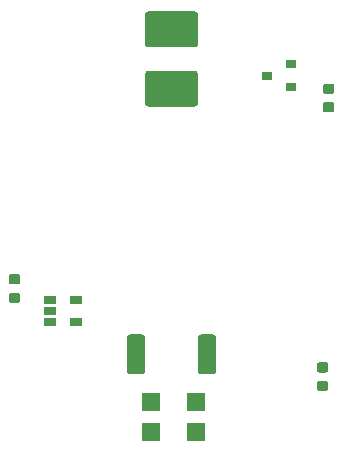
<source format=gbr>
G04 #@! TF.GenerationSoftware,KiCad,Pcbnew,5.1.4-1.fc30*
G04 #@! TF.CreationDate,2019-09-08T13:51:55+02:00*
G04 #@! TF.ProjectId,synchro2,73796e63-6872-46f3-922e-6b696361645f,rev?*
G04 #@! TF.SameCoordinates,Original*
G04 #@! TF.FileFunction,Paste,Bot*
G04 #@! TF.FilePolarity,Positive*
%FSLAX46Y46*%
G04 Gerber Fmt 4.6, Leading zero omitted, Abs format (unit mm)*
G04 Created by KiCad (PCBNEW 5.1.4-1.fc30) date 2019-09-08 13:51:55*
%MOMM*%
%LPD*%
G04 APERTURE LIST*
%ADD10R,1.524000X1.524000*%
%ADD11C,0.100000*%
%ADD12C,0.875000*%
%ADD13R,0.900000X0.800000*%
%ADD14R,1.060000X0.650000*%
%ADD15C,3.025000*%
%ADD16C,1.525000*%
G04 APERTURE END LIST*
D10*
X217360000Y-130960000D03*
X221170000Y-130960000D03*
X217360000Y-133500000D03*
X221170000Y-133500000D03*
D11*
G36*
X232177691Y-129151053D02*
G01*
X232198926Y-129154203D01*
X232219750Y-129159419D01*
X232239962Y-129166651D01*
X232259368Y-129175830D01*
X232277781Y-129186866D01*
X232295024Y-129199654D01*
X232310930Y-129214070D01*
X232325346Y-129229976D01*
X232338134Y-129247219D01*
X232349170Y-129265632D01*
X232358349Y-129285038D01*
X232365581Y-129305250D01*
X232370797Y-129326074D01*
X232373947Y-129347309D01*
X232375000Y-129368750D01*
X232375000Y-129806250D01*
X232373947Y-129827691D01*
X232370797Y-129848926D01*
X232365581Y-129869750D01*
X232358349Y-129889962D01*
X232349170Y-129909368D01*
X232338134Y-129927781D01*
X232325346Y-129945024D01*
X232310930Y-129960930D01*
X232295024Y-129975346D01*
X232277781Y-129988134D01*
X232259368Y-129999170D01*
X232239962Y-130008349D01*
X232219750Y-130015581D01*
X232198926Y-130020797D01*
X232177691Y-130023947D01*
X232156250Y-130025000D01*
X231643750Y-130025000D01*
X231622309Y-130023947D01*
X231601074Y-130020797D01*
X231580250Y-130015581D01*
X231560038Y-130008349D01*
X231540632Y-129999170D01*
X231522219Y-129988134D01*
X231504976Y-129975346D01*
X231489070Y-129960930D01*
X231474654Y-129945024D01*
X231461866Y-129927781D01*
X231450830Y-129909368D01*
X231441651Y-129889962D01*
X231434419Y-129869750D01*
X231429203Y-129848926D01*
X231426053Y-129827691D01*
X231425000Y-129806250D01*
X231425000Y-129368750D01*
X231426053Y-129347309D01*
X231429203Y-129326074D01*
X231434419Y-129305250D01*
X231441651Y-129285038D01*
X231450830Y-129265632D01*
X231461866Y-129247219D01*
X231474654Y-129229976D01*
X231489070Y-129214070D01*
X231504976Y-129199654D01*
X231522219Y-129186866D01*
X231540632Y-129175830D01*
X231560038Y-129166651D01*
X231580250Y-129159419D01*
X231601074Y-129154203D01*
X231622309Y-129151053D01*
X231643750Y-129150000D01*
X232156250Y-129150000D01*
X232177691Y-129151053D01*
X232177691Y-129151053D01*
G37*
D12*
X231900000Y-129587500D03*
D11*
G36*
X232177691Y-127576053D02*
G01*
X232198926Y-127579203D01*
X232219750Y-127584419D01*
X232239962Y-127591651D01*
X232259368Y-127600830D01*
X232277781Y-127611866D01*
X232295024Y-127624654D01*
X232310930Y-127639070D01*
X232325346Y-127654976D01*
X232338134Y-127672219D01*
X232349170Y-127690632D01*
X232358349Y-127710038D01*
X232365581Y-127730250D01*
X232370797Y-127751074D01*
X232373947Y-127772309D01*
X232375000Y-127793750D01*
X232375000Y-128231250D01*
X232373947Y-128252691D01*
X232370797Y-128273926D01*
X232365581Y-128294750D01*
X232358349Y-128314962D01*
X232349170Y-128334368D01*
X232338134Y-128352781D01*
X232325346Y-128370024D01*
X232310930Y-128385930D01*
X232295024Y-128400346D01*
X232277781Y-128413134D01*
X232259368Y-128424170D01*
X232239962Y-128433349D01*
X232219750Y-128440581D01*
X232198926Y-128445797D01*
X232177691Y-128448947D01*
X232156250Y-128450000D01*
X231643750Y-128450000D01*
X231622309Y-128448947D01*
X231601074Y-128445797D01*
X231580250Y-128440581D01*
X231560038Y-128433349D01*
X231540632Y-128424170D01*
X231522219Y-128413134D01*
X231504976Y-128400346D01*
X231489070Y-128385930D01*
X231474654Y-128370024D01*
X231461866Y-128352781D01*
X231450830Y-128334368D01*
X231441651Y-128314962D01*
X231434419Y-128294750D01*
X231429203Y-128273926D01*
X231426053Y-128252691D01*
X231425000Y-128231250D01*
X231425000Y-127793750D01*
X231426053Y-127772309D01*
X231429203Y-127751074D01*
X231434419Y-127730250D01*
X231441651Y-127710038D01*
X231450830Y-127690632D01*
X231461866Y-127672219D01*
X231474654Y-127654976D01*
X231489070Y-127639070D01*
X231504976Y-127624654D01*
X231522219Y-127611866D01*
X231540632Y-127600830D01*
X231560038Y-127591651D01*
X231580250Y-127584419D01*
X231601074Y-127579203D01*
X231622309Y-127576053D01*
X231643750Y-127575000D01*
X232156250Y-127575000D01*
X232177691Y-127576053D01*
X232177691Y-127576053D01*
G37*
D12*
X231900000Y-128012500D03*
D13*
X227200000Y-103300000D03*
X229200000Y-104250000D03*
X229200000Y-102350000D03*
D14*
X211050000Y-124200000D03*
X211050000Y-122300000D03*
X208850000Y-122300000D03*
X208850000Y-123250000D03*
X208850000Y-124200000D03*
D11*
G36*
X221099503Y-102901204D02*
G01*
X221123772Y-102904804D01*
X221147570Y-102910765D01*
X221170670Y-102919030D01*
X221192849Y-102929520D01*
X221213892Y-102942133D01*
X221233598Y-102956748D01*
X221251776Y-102973224D01*
X221268252Y-102991402D01*
X221282867Y-103011108D01*
X221295480Y-103032151D01*
X221305970Y-103054330D01*
X221314235Y-103077430D01*
X221320196Y-103101228D01*
X221323796Y-103125497D01*
X221325000Y-103150001D01*
X221325000Y-105674999D01*
X221323796Y-105699503D01*
X221320196Y-105723772D01*
X221314235Y-105747570D01*
X221305970Y-105770670D01*
X221295480Y-105792849D01*
X221282867Y-105813892D01*
X221268252Y-105833598D01*
X221251776Y-105851776D01*
X221233598Y-105868252D01*
X221213892Y-105882867D01*
X221192849Y-105895480D01*
X221170670Y-105905970D01*
X221147570Y-105914235D01*
X221123772Y-105920196D01*
X221099503Y-105923796D01*
X221074999Y-105925000D01*
X217125001Y-105925000D01*
X217100497Y-105923796D01*
X217076228Y-105920196D01*
X217052430Y-105914235D01*
X217029330Y-105905970D01*
X217007151Y-105895480D01*
X216986108Y-105882867D01*
X216966402Y-105868252D01*
X216948224Y-105851776D01*
X216931748Y-105833598D01*
X216917133Y-105813892D01*
X216904520Y-105792849D01*
X216894030Y-105770670D01*
X216885765Y-105747570D01*
X216879804Y-105723772D01*
X216876204Y-105699503D01*
X216875000Y-105674999D01*
X216875000Y-103150001D01*
X216876204Y-103125497D01*
X216879804Y-103101228D01*
X216885765Y-103077430D01*
X216894030Y-103054330D01*
X216904520Y-103032151D01*
X216917133Y-103011108D01*
X216931748Y-102991402D01*
X216948224Y-102973224D01*
X216966402Y-102956748D01*
X216986108Y-102942133D01*
X217007151Y-102929520D01*
X217029330Y-102919030D01*
X217052430Y-102910765D01*
X217076228Y-102904804D01*
X217100497Y-102901204D01*
X217125001Y-102900000D01*
X221074999Y-102900000D01*
X221099503Y-102901204D01*
X221099503Y-102901204D01*
G37*
D15*
X219100000Y-104412500D03*
D11*
G36*
X221099503Y-97876204D02*
G01*
X221123772Y-97879804D01*
X221147570Y-97885765D01*
X221170670Y-97894030D01*
X221192849Y-97904520D01*
X221213892Y-97917133D01*
X221233598Y-97931748D01*
X221251776Y-97948224D01*
X221268252Y-97966402D01*
X221282867Y-97986108D01*
X221295480Y-98007151D01*
X221305970Y-98029330D01*
X221314235Y-98052430D01*
X221320196Y-98076228D01*
X221323796Y-98100497D01*
X221325000Y-98125001D01*
X221325000Y-100649999D01*
X221323796Y-100674503D01*
X221320196Y-100698772D01*
X221314235Y-100722570D01*
X221305970Y-100745670D01*
X221295480Y-100767849D01*
X221282867Y-100788892D01*
X221268252Y-100808598D01*
X221251776Y-100826776D01*
X221233598Y-100843252D01*
X221213892Y-100857867D01*
X221192849Y-100870480D01*
X221170670Y-100880970D01*
X221147570Y-100889235D01*
X221123772Y-100895196D01*
X221099503Y-100898796D01*
X221074999Y-100900000D01*
X217125001Y-100900000D01*
X217100497Y-100898796D01*
X217076228Y-100895196D01*
X217052430Y-100889235D01*
X217029330Y-100880970D01*
X217007151Y-100870480D01*
X216986108Y-100857867D01*
X216966402Y-100843252D01*
X216948224Y-100826776D01*
X216931748Y-100808598D01*
X216917133Y-100788892D01*
X216904520Y-100767849D01*
X216894030Y-100745670D01*
X216885765Y-100722570D01*
X216879804Y-100698772D01*
X216876204Y-100674503D01*
X216875000Y-100649999D01*
X216875000Y-98125001D01*
X216876204Y-98100497D01*
X216879804Y-98076228D01*
X216885765Y-98052430D01*
X216894030Y-98029330D01*
X216904520Y-98007151D01*
X216917133Y-97986108D01*
X216931748Y-97966402D01*
X216948224Y-97948224D01*
X216966402Y-97931748D01*
X216986108Y-97917133D01*
X217007151Y-97904520D01*
X217029330Y-97894030D01*
X217052430Y-97885765D01*
X217076228Y-97879804D01*
X217100497Y-97876204D01*
X217125001Y-97875000D01*
X221074999Y-97875000D01*
X221099503Y-97876204D01*
X221099503Y-97876204D01*
G37*
D15*
X219100000Y-99387500D03*
D11*
G36*
X232677691Y-103976053D02*
G01*
X232698926Y-103979203D01*
X232719750Y-103984419D01*
X232739962Y-103991651D01*
X232759368Y-104000830D01*
X232777781Y-104011866D01*
X232795024Y-104024654D01*
X232810930Y-104039070D01*
X232825346Y-104054976D01*
X232838134Y-104072219D01*
X232849170Y-104090632D01*
X232858349Y-104110038D01*
X232865581Y-104130250D01*
X232870797Y-104151074D01*
X232873947Y-104172309D01*
X232875000Y-104193750D01*
X232875000Y-104631250D01*
X232873947Y-104652691D01*
X232870797Y-104673926D01*
X232865581Y-104694750D01*
X232858349Y-104714962D01*
X232849170Y-104734368D01*
X232838134Y-104752781D01*
X232825346Y-104770024D01*
X232810930Y-104785930D01*
X232795024Y-104800346D01*
X232777781Y-104813134D01*
X232759368Y-104824170D01*
X232739962Y-104833349D01*
X232719750Y-104840581D01*
X232698926Y-104845797D01*
X232677691Y-104848947D01*
X232656250Y-104850000D01*
X232143750Y-104850000D01*
X232122309Y-104848947D01*
X232101074Y-104845797D01*
X232080250Y-104840581D01*
X232060038Y-104833349D01*
X232040632Y-104824170D01*
X232022219Y-104813134D01*
X232004976Y-104800346D01*
X231989070Y-104785930D01*
X231974654Y-104770024D01*
X231961866Y-104752781D01*
X231950830Y-104734368D01*
X231941651Y-104714962D01*
X231934419Y-104694750D01*
X231929203Y-104673926D01*
X231926053Y-104652691D01*
X231925000Y-104631250D01*
X231925000Y-104193750D01*
X231926053Y-104172309D01*
X231929203Y-104151074D01*
X231934419Y-104130250D01*
X231941651Y-104110038D01*
X231950830Y-104090632D01*
X231961866Y-104072219D01*
X231974654Y-104054976D01*
X231989070Y-104039070D01*
X232004976Y-104024654D01*
X232022219Y-104011866D01*
X232040632Y-104000830D01*
X232060038Y-103991651D01*
X232080250Y-103984419D01*
X232101074Y-103979203D01*
X232122309Y-103976053D01*
X232143750Y-103975000D01*
X232656250Y-103975000D01*
X232677691Y-103976053D01*
X232677691Y-103976053D01*
G37*
D12*
X232400000Y-104412500D03*
D11*
G36*
X232677691Y-105551053D02*
G01*
X232698926Y-105554203D01*
X232719750Y-105559419D01*
X232739962Y-105566651D01*
X232759368Y-105575830D01*
X232777781Y-105586866D01*
X232795024Y-105599654D01*
X232810930Y-105614070D01*
X232825346Y-105629976D01*
X232838134Y-105647219D01*
X232849170Y-105665632D01*
X232858349Y-105685038D01*
X232865581Y-105705250D01*
X232870797Y-105726074D01*
X232873947Y-105747309D01*
X232875000Y-105768750D01*
X232875000Y-106206250D01*
X232873947Y-106227691D01*
X232870797Y-106248926D01*
X232865581Y-106269750D01*
X232858349Y-106289962D01*
X232849170Y-106309368D01*
X232838134Y-106327781D01*
X232825346Y-106345024D01*
X232810930Y-106360930D01*
X232795024Y-106375346D01*
X232777781Y-106388134D01*
X232759368Y-106399170D01*
X232739962Y-106408349D01*
X232719750Y-106415581D01*
X232698926Y-106420797D01*
X232677691Y-106423947D01*
X232656250Y-106425000D01*
X232143750Y-106425000D01*
X232122309Y-106423947D01*
X232101074Y-106420797D01*
X232080250Y-106415581D01*
X232060038Y-106408349D01*
X232040632Y-106399170D01*
X232022219Y-106388134D01*
X232004976Y-106375346D01*
X231989070Y-106360930D01*
X231974654Y-106345024D01*
X231961866Y-106327781D01*
X231950830Y-106309368D01*
X231941651Y-106289962D01*
X231934419Y-106269750D01*
X231929203Y-106248926D01*
X231926053Y-106227691D01*
X231925000Y-106206250D01*
X231925000Y-105768750D01*
X231926053Y-105747309D01*
X231929203Y-105726074D01*
X231934419Y-105705250D01*
X231941651Y-105685038D01*
X231950830Y-105665632D01*
X231961866Y-105647219D01*
X231974654Y-105629976D01*
X231989070Y-105614070D01*
X232004976Y-105599654D01*
X232022219Y-105586866D01*
X232040632Y-105575830D01*
X232060038Y-105566651D01*
X232080250Y-105559419D01*
X232101074Y-105554203D01*
X232122309Y-105551053D01*
X232143750Y-105550000D01*
X232656250Y-105550000D01*
X232677691Y-105551053D01*
X232677691Y-105551053D01*
G37*
D12*
X232400000Y-105987500D03*
D11*
G36*
X206077691Y-121688553D02*
G01*
X206098926Y-121691703D01*
X206119750Y-121696919D01*
X206139962Y-121704151D01*
X206159368Y-121713330D01*
X206177781Y-121724366D01*
X206195024Y-121737154D01*
X206210930Y-121751570D01*
X206225346Y-121767476D01*
X206238134Y-121784719D01*
X206249170Y-121803132D01*
X206258349Y-121822538D01*
X206265581Y-121842750D01*
X206270797Y-121863574D01*
X206273947Y-121884809D01*
X206275000Y-121906250D01*
X206275000Y-122343750D01*
X206273947Y-122365191D01*
X206270797Y-122386426D01*
X206265581Y-122407250D01*
X206258349Y-122427462D01*
X206249170Y-122446868D01*
X206238134Y-122465281D01*
X206225346Y-122482524D01*
X206210930Y-122498430D01*
X206195024Y-122512846D01*
X206177781Y-122525634D01*
X206159368Y-122536670D01*
X206139962Y-122545849D01*
X206119750Y-122553081D01*
X206098926Y-122558297D01*
X206077691Y-122561447D01*
X206056250Y-122562500D01*
X205543750Y-122562500D01*
X205522309Y-122561447D01*
X205501074Y-122558297D01*
X205480250Y-122553081D01*
X205460038Y-122545849D01*
X205440632Y-122536670D01*
X205422219Y-122525634D01*
X205404976Y-122512846D01*
X205389070Y-122498430D01*
X205374654Y-122482524D01*
X205361866Y-122465281D01*
X205350830Y-122446868D01*
X205341651Y-122427462D01*
X205334419Y-122407250D01*
X205329203Y-122386426D01*
X205326053Y-122365191D01*
X205325000Y-122343750D01*
X205325000Y-121906250D01*
X205326053Y-121884809D01*
X205329203Y-121863574D01*
X205334419Y-121842750D01*
X205341651Y-121822538D01*
X205350830Y-121803132D01*
X205361866Y-121784719D01*
X205374654Y-121767476D01*
X205389070Y-121751570D01*
X205404976Y-121737154D01*
X205422219Y-121724366D01*
X205440632Y-121713330D01*
X205460038Y-121704151D01*
X205480250Y-121696919D01*
X205501074Y-121691703D01*
X205522309Y-121688553D01*
X205543750Y-121687500D01*
X206056250Y-121687500D01*
X206077691Y-121688553D01*
X206077691Y-121688553D01*
G37*
D12*
X205800000Y-122125000D03*
D11*
G36*
X206077691Y-120113553D02*
G01*
X206098926Y-120116703D01*
X206119750Y-120121919D01*
X206139962Y-120129151D01*
X206159368Y-120138330D01*
X206177781Y-120149366D01*
X206195024Y-120162154D01*
X206210930Y-120176570D01*
X206225346Y-120192476D01*
X206238134Y-120209719D01*
X206249170Y-120228132D01*
X206258349Y-120247538D01*
X206265581Y-120267750D01*
X206270797Y-120288574D01*
X206273947Y-120309809D01*
X206275000Y-120331250D01*
X206275000Y-120768750D01*
X206273947Y-120790191D01*
X206270797Y-120811426D01*
X206265581Y-120832250D01*
X206258349Y-120852462D01*
X206249170Y-120871868D01*
X206238134Y-120890281D01*
X206225346Y-120907524D01*
X206210930Y-120923430D01*
X206195024Y-120937846D01*
X206177781Y-120950634D01*
X206159368Y-120961670D01*
X206139962Y-120970849D01*
X206119750Y-120978081D01*
X206098926Y-120983297D01*
X206077691Y-120986447D01*
X206056250Y-120987500D01*
X205543750Y-120987500D01*
X205522309Y-120986447D01*
X205501074Y-120983297D01*
X205480250Y-120978081D01*
X205460038Y-120970849D01*
X205440632Y-120961670D01*
X205422219Y-120950634D01*
X205404976Y-120937846D01*
X205389070Y-120923430D01*
X205374654Y-120907524D01*
X205361866Y-120890281D01*
X205350830Y-120871868D01*
X205341651Y-120852462D01*
X205334419Y-120832250D01*
X205329203Y-120811426D01*
X205326053Y-120790191D01*
X205325000Y-120768750D01*
X205325000Y-120331250D01*
X205326053Y-120309809D01*
X205329203Y-120288574D01*
X205334419Y-120267750D01*
X205341651Y-120247538D01*
X205350830Y-120228132D01*
X205361866Y-120209719D01*
X205374654Y-120192476D01*
X205389070Y-120176570D01*
X205404976Y-120162154D01*
X205422219Y-120149366D01*
X205440632Y-120138330D01*
X205460038Y-120129151D01*
X205480250Y-120121919D01*
X205501074Y-120116703D01*
X205522309Y-120113553D01*
X205543750Y-120112500D01*
X206056250Y-120112500D01*
X206077691Y-120113553D01*
X206077691Y-120113553D01*
G37*
D12*
X205800000Y-120550000D03*
D11*
G36*
X216649505Y-125226204D02*
G01*
X216673773Y-125229804D01*
X216697572Y-125235765D01*
X216720671Y-125244030D01*
X216742850Y-125254520D01*
X216763893Y-125267132D01*
X216783599Y-125281747D01*
X216801777Y-125298223D01*
X216818253Y-125316401D01*
X216832868Y-125336107D01*
X216845480Y-125357150D01*
X216855970Y-125379329D01*
X216864235Y-125402428D01*
X216870196Y-125426227D01*
X216873796Y-125450495D01*
X216875000Y-125474999D01*
X216875000Y-128325001D01*
X216873796Y-128349505D01*
X216870196Y-128373773D01*
X216864235Y-128397572D01*
X216855970Y-128420671D01*
X216845480Y-128442850D01*
X216832868Y-128463893D01*
X216818253Y-128483599D01*
X216801777Y-128501777D01*
X216783599Y-128518253D01*
X216763893Y-128532868D01*
X216742850Y-128545480D01*
X216720671Y-128555970D01*
X216697572Y-128564235D01*
X216673773Y-128570196D01*
X216649505Y-128573796D01*
X216625001Y-128575000D01*
X215599999Y-128575000D01*
X215575495Y-128573796D01*
X215551227Y-128570196D01*
X215527428Y-128564235D01*
X215504329Y-128555970D01*
X215482150Y-128545480D01*
X215461107Y-128532868D01*
X215441401Y-128518253D01*
X215423223Y-128501777D01*
X215406747Y-128483599D01*
X215392132Y-128463893D01*
X215379520Y-128442850D01*
X215369030Y-128420671D01*
X215360765Y-128397572D01*
X215354804Y-128373773D01*
X215351204Y-128349505D01*
X215350000Y-128325001D01*
X215350000Y-125474999D01*
X215351204Y-125450495D01*
X215354804Y-125426227D01*
X215360765Y-125402428D01*
X215369030Y-125379329D01*
X215379520Y-125357150D01*
X215392132Y-125336107D01*
X215406747Y-125316401D01*
X215423223Y-125298223D01*
X215441401Y-125281747D01*
X215461107Y-125267132D01*
X215482150Y-125254520D01*
X215504329Y-125244030D01*
X215527428Y-125235765D01*
X215551227Y-125229804D01*
X215575495Y-125226204D01*
X215599999Y-125225000D01*
X216625001Y-125225000D01*
X216649505Y-125226204D01*
X216649505Y-125226204D01*
G37*
D16*
X216112500Y-126900000D03*
D11*
G36*
X222624505Y-125226204D02*
G01*
X222648773Y-125229804D01*
X222672572Y-125235765D01*
X222695671Y-125244030D01*
X222717850Y-125254520D01*
X222738893Y-125267132D01*
X222758599Y-125281747D01*
X222776777Y-125298223D01*
X222793253Y-125316401D01*
X222807868Y-125336107D01*
X222820480Y-125357150D01*
X222830970Y-125379329D01*
X222839235Y-125402428D01*
X222845196Y-125426227D01*
X222848796Y-125450495D01*
X222850000Y-125474999D01*
X222850000Y-128325001D01*
X222848796Y-128349505D01*
X222845196Y-128373773D01*
X222839235Y-128397572D01*
X222830970Y-128420671D01*
X222820480Y-128442850D01*
X222807868Y-128463893D01*
X222793253Y-128483599D01*
X222776777Y-128501777D01*
X222758599Y-128518253D01*
X222738893Y-128532868D01*
X222717850Y-128545480D01*
X222695671Y-128555970D01*
X222672572Y-128564235D01*
X222648773Y-128570196D01*
X222624505Y-128573796D01*
X222600001Y-128575000D01*
X221574999Y-128575000D01*
X221550495Y-128573796D01*
X221526227Y-128570196D01*
X221502428Y-128564235D01*
X221479329Y-128555970D01*
X221457150Y-128545480D01*
X221436107Y-128532868D01*
X221416401Y-128518253D01*
X221398223Y-128501777D01*
X221381747Y-128483599D01*
X221367132Y-128463893D01*
X221354520Y-128442850D01*
X221344030Y-128420671D01*
X221335765Y-128397572D01*
X221329804Y-128373773D01*
X221326204Y-128349505D01*
X221325000Y-128325001D01*
X221325000Y-125474999D01*
X221326204Y-125450495D01*
X221329804Y-125426227D01*
X221335765Y-125402428D01*
X221344030Y-125379329D01*
X221354520Y-125357150D01*
X221367132Y-125336107D01*
X221381747Y-125316401D01*
X221398223Y-125298223D01*
X221416401Y-125281747D01*
X221436107Y-125267132D01*
X221457150Y-125254520D01*
X221479329Y-125244030D01*
X221502428Y-125235765D01*
X221526227Y-125229804D01*
X221550495Y-125226204D01*
X221574999Y-125225000D01*
X222600001Y-125225000D01*
X222624505Y-125226204D01*
X222624505Y-125226204D01*
G37*
D16*
X222087500Y-126900000D03*
M02*

</source>
